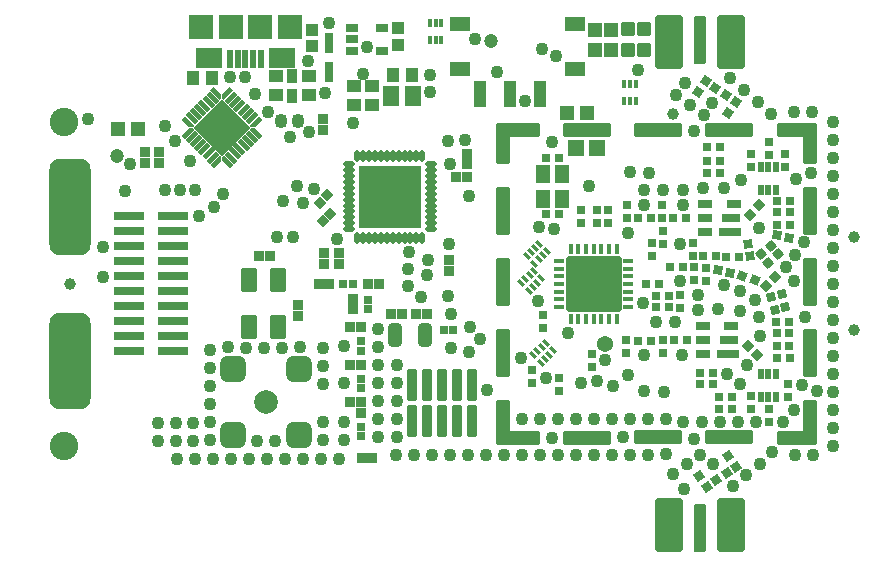
<source format=gts>
G04 Layer_Color=8388736*
%FSLAX25Y25*%
%MOIN*%
G70*
G01*
G75*
%ADD88C,0.03937*%
%ADD126R,0.02953X0.02953*%
%ADD127R,0.02953X0.02953*%
G04:AMPARAMS|DCode=128|XSize=33.59mil|YSize=106.42mil|CornerRadius=5.28mil|HoleSize=0mil|Usage=FLASHONLY|Rotation=0.000|XOffset=0mil|YOffset=0mil|HoleType=Round|Shape=RoundedRectangle|*
%AMROUNDEDRECTD128*
21,1,0.03359,0.09587,0,0,0.0*
21,1,0.02303,0.10642,0,0,0.0*
1,1,0.01056,0.01152,-0.04793*
1,1,0.01056,-0.01152,-0.04793*
1,1,0.01056,-0.01152,0.04793*
1,1,0.01056,0.01152,0.04793*
%
%ADD128ROUNDEDRECTD128*%
G04:AMPARAMS|DCode=129|XSize=102.36mil|YSize=29.53mil|CornerRadius=3.25mil|HoleSize=0mil|Usage=FLASHONLY|Rotation=0.000|XOffset=0mil|YOffset=0mil|HoleType=Round|Shape=RoundedRectangle|*
%AMROUNDEDRECTD129*
21,1,0.10236,0.02303,0,0,0.0*
21,1,0.09587,0.02953,0,0,0.0*
1,1,0.00650,0.04793,-0.01152*
1,1,0.00650,-0.04793,-0.01152*
1,1,0.00650,-0.04793,0.01152*
1,1,0.00650,0.04793,0.01152*
%
%ADD129ROUNDEDRECTD129*%
G04:AMPARAMS|DCode=130|XSize=16.54mil|YSize=44.09mil|CornerRadius=0mil|HoleSize=0mil|Usage=FLASHONLY|Rotation=225.000|XOffset=0mil|YOffset=0mil|HoleType=Round|Shape=Rectangle|*
%AMROTATEDRECTD130*
4,1,4,-0.00974,0.02144,0.02144,-0.00974,0.00974,-0.02144,-0.02144,0.00974,-0.00974,0.02144,0.0*
%
%ADD130ROTATEDRECTD130*%

G04:AMPARAMS|DCode=131|XSize=16.54mil|YSize=44.09mil|CornerRadius=0mil|HoleSize=0mil|Usage=FLASHONLY|Rotation=135.000|XOffset=0mil|YOffset=0mil|HoleType=Round|Shape=Rectangle|*
%AMROTATEDRECTD131*
4,1,4,0.02144,0.00974,-0.00974,-0.02144,-0.02144,-0.00974,0.00974,0.02144,0.02144,0.00974,0.0*
%
%ADD131ROTATEDRECTD131*%

%ADD132P,0.19042X4X180.0*%
%ADD133R,0.05131X0.04737*%
%ADD134R,0.03241X0.03241*%
%ADD135P,0.04176X4X350.0*%
%ADD136P,0.04176X4X385.0*%
%ADD137P,0.04176X4X215.0*%
%ADD138P,0.04176X4X180.0*%
%ADD139P,0.04176X4X320.0*%
%ADD140P,0.04176X4X273.0*%
%ADD141P,0.04176X4X85.0*%
%ADD142R,0.04737X0.05131*%
%ADD143P,0.04176X4X190.0*%
%ADD144P,0.04176X4X100.0*%
%ADD145P,0.04583X4X180.0*%
%ADD146R,0.04343X0.04737*%
%ADD147R,0.05328X0.06509*%
%ADD148R,0.04343X0.03950*%
%ADD149R,0.08280X0.08280*%
%ADD150R,0.07887X0.08280*%
%ADD151R,0.09068X0.07099*%
%ADD152R,0.02375X0.06115*%
%ADD153R,0.03241X0.03241*%
G04:AMPARAMS|DCode=154|XSize=47.37mil|YSize=78.87mil|CornerRadius=13.84mil|HoleSize=0mil|Usage=FLASHONLY|Rotation=180.000|XOffset=0mil|YOffset=0mil|HoleType=Round|Shape=RoundedRectangle|*
%AMROUNDEDRECTD154*
21,1,0.04737,0.05118,0,0,180.0*
21,1,0.01969,0.07887,0,0,180.0*
1,1,0.02769,-0.00984,0.02559*
1,1,0.02769,0.00984,0.02559*
1,1,0.02769,0.00984,-0.02559*
1,1,0.02769,-0.00984,-0.02559*
%
%ADD154ROUNDEDRECTD154*%
G04:AMPARAMS|DCode=155|XSize=13.78mil|YSize=23.62mil|CornerRadius=0mil|HoleSize=0mil|Usage=FLASHONLY|Rotation=45.000|XOffset=0mil|YOffset=0mil|HoleType=Round|Shape=Rectangle|*
%AMROTATEDRECTD155*
4,1,4,0.00348,-0.01322,-0.01322,0.00348,-0.00348,0.01322,0.01322,-0.00348,0.00348,-0.01322,0.0*
%
%ADD155ROTATEDRECTD155*%

%ADD156R,0.04724X0.06299*%
%ADD157P,0.04176X4X150.0*%
%ADD158R,0.01969X0.03740*%
G04:AMPARAMS|DCode=159|XSize=47.24mil|YSize=29.53mil|CornerRadius=2.61mil|HoleSize=0mil|Usage=FLASHONLY|Rotation=180.000|XOffset=0mil|YOffset=0mil|HoleType=Round|Shape=RoundedRectangle|*
%AMROUNDEDRECTD159*
21,1,0.04724,0.02431,0,0,180.0*
21,1,0.04203,0.02953,0,0,180.0*
1,1,0.00522,-0.02101,0.01216*
1,1,0.00522,0.02101,0.01216*
1,1,0.00522,0.02101,-0.01216*
1,1,0.00522,-0.02101,-0.01216*
%
%ADD159ROUNDEDRECTD159*%
G04:AMPARAMS|DCode=160|XSize=62.99mil|YSize=29.53mil|CornerRadius=2.61mil|HoleSize=0mil|Usage=FLASHONLY|Rotation=180.000|XOffset=0mil|YOffset=0mil|HoleType=Round|Shape=RoundedRectangle|*
%AMROUNDEDRECTD160*
21,1,0.06299,0.02431,0,0,180.0*
21,1,0.05778,0.02953,0,0,180.0*
1,1,0.00522,-0.02889,0.01216*
1,1,0.00522,0.02889,0.01216*
1,1,0.00522,0.02889,-0.01216*
1,1,0.00522,-0.02889,-0.01216*
%
%ADD160ROUNDEDRECTD160*%
G04:AMPARAMS|DCode=161|XSize=70.87mil|YSize=29.53mil|CornerRadius=2.61mil|HoleSize=0mil|Usage=FLASHONLY|Rotation=180.000|XOffset=0mil|YOffset=0mil|HoleType=Round|Shape=RoundedRectangle|*
%AMROUNDEDRECTD161*
21,1,0.07087,0.02431,0,0,180.0*
21,1,0.06565,0.02953,0,0,180.0*
1,1,0.00522,-0.03283,0.01216*
1,1,0.00522,0.03283,0.01216*
1,1,0.00522,0.03283,-0.01216*
1,1,0.00522,-0.03283,-0.01216*
%
%ADD161ROUNDEDRECTD161*%
G04:AMPARAMS|DCode=162|XSize=39.37mil|YSize=161.42mil|CornerRadius=3.74mil|HoleSize=0mil|Usage=FLASHONLY|Rotation=180.000|XOffset=0mil|YOffset=0mil|HoleType=Round|Shape=RoundedRectangle|*
%AMROUNDEDRECTD162*
21,1,0.03937,0.15394,0,0,180.0*
21,1,0.03189,0.16142,0,0,180.0*
1,1,0.00748,-0.01595,0.07697*
1,1,0.00748,0.01595,0.07697*
1,1,0.00748,0.01595,-0.07697*
1,1,0.00748,-0.01595,-0.07697*
%
%ADD162ROUNDEDRECTD162*%
%ADD163P,0.04176X4X270.0*%
%ADD164R,0.05512X0.05512*%
G04:AMPARAMS|DCode=165|XSize=29.26mil|YSize=29.65mil|CornerRadius=9.32mil|HoleSize=0mil|Usage=FLASHONLY|Rotation=180.000|XOffset=0mil|YOffset=0mil|HoleType=Round|Shape=RoundedRectangle|*
%AMROUNDEDRECTD165*
21,1,0.02926,0.01102,0,0,180.0*
21,1,0.01063,0.02965,0,0,180.0*
1,1,0.01863,-0.00532,0.00551*
1,1,0.01863,0.00532,0.00551*
1,1,0.01863,0.00532,-0.00551*
1,1,0.01863,-0.00532,-0.00551*
%
%ADD165ROUNDEDRECTD165*%
G04:AMPARAMS|DCode=166|XSize=29.26mil|YSize=29.65mil|CornerRadius=9.32mil|HoleSize=0mil|Usage=FLASHONLY|Rotation=180.000|XOffset=0mil|YOffset=0mil|HoleType=Round|Shape=RoundedRectangle|*
%AMROUNDEDRECTD166*
21,1,0.02926,0.01102,0,0,180.0*
21,1,0.01063,0.02965,0,0,180.0*
1,1,0.01863,-0.00532,0.00551*
1,1,0.01863,0.00532,0.00551*
1,1,0.01863,0.00532,-0.00551*
1,1,0.01863,-0.00532,-0.00551*
%
%ADD166ROUNDEDRECTD166*%
G04:AMPARAMS|DCode=167|XSize=29.26mil|YSize=29.65mil|CornerRadius=9.32mil|HoleSize=0mil|Usage=FLASHONLY|Rotation=90.000|XOffset=0mil|YOffset=0mil|HoleType=Round|Shape=RoundedRectangle|*
%AMROUNDEDRECTD167*
21,1,0.02926,0.01102,0,0,90.0*
21,1,0.01063,0.02965,0,0,90.0*
1,1,0.01863,0.00551,0.00532*
1,1,0.01863,0.00551,-0.00532*
1,1,0.01863,-0.00551,-0.00532*
1,1,0.01863,-0.00551,0.00532*
%
%ADD167ROUNDEDRECTD167*%
G04:AMPARAMS|DCode=168|XSize=29.26mil|YSize=29.65mil|CornerRadius=9.32mil|HoleSize=0mil|Usage=FLASHONLY|Rotation=90.000|XOffset=0mil|YOffset=0mil|HoleType=Round|Shape=RoundedRectangle|*
%AMROUNDEDRECTD168*
21,1,0.02926,0.01102,0,0,90.0*
21,1,0.01063,0.02965,0,0,90.0*
1,1,0.01863,0.00551,0.00532*
1,1,0.01863,0.00551,-0.00532*
1,1,0.01863,-0.00551,-0.00532*
1,1,0.01863,-0.00551,0.00532*
%
%ADD168ROUNDEDRECTD168*%
G04:AMPARAMS|DCode=169|XSize=78.87mil|YSize=55.24mil|CornerRadius=6.36mil|HoleSize=0mil|Usage=FLASHONLY|Rotation=90.000|XOffset=0mil|YOffset=0mil|HoleType=Round|Shape=RoundedRectangle|*
%AMROUNDEDRECTD169*
21,1,0.07887,0.04252,0,0,90.0*
21,1,0.06614,0.05524,0,0,90.0*
1,1,0.01272,0.02126,0.03307*
1,1,0.01272,0.02126,-0.03307*
1,1,0.01272,-0.02126,-0.03307*
1,1,0.01272,-0.02126,0.03307*
%
%ADD169ROUNDEDRECTD169*%
%ADD170R,0.03556X0.04540*%
%ADD171R,0.04737X0.04343*%
%ADD172C,0.05394*%
G04:AMPARAMS|DCode=173|XSize=37.61mil|YSize=43.43mil|CornerRadius=11.4mil|HoleSize=0mil|Usage=FLASHONLY|Rotation=180.000|XOffset=0mil|YOffset=0mil|HoleType=Round|Shape=RoundedRectangle|*
%AMROUNDEDRECTD173*
21,1,0.03761,0.02063,0,0,180.0*
21,1,0.01480,0.04343,0,0,180.0*
1,1,0.02280,-0.00740,0.01032*
1,1,0.02280,0.00740,0.01032*
1,1,0.02280,0.00740,-0.01032*
1,1,0.02280,-0.00740,-0.01032*
%
%ADD173ROUNDEDRECTD173*%
G04:AMPARAMS|DCode=174|XSize=37.61mil|YSize=43.43mil|CornerRadius=11.4mil|HoleSize=0mil|Usage=FLASHONLY|Rotation=180.000|XOffset=0mil|YOffset=0mil|HoleType=Round|Shape=RoundedRectangle|*
%AMROUNDEDRECTD174*
21,1,0.03761,0.02063,0,0,180.0*
21,1,0.01480,0.04343,0,0,180.0*
1,1,0.02280,-0.00740,0.01032*
1,1,0.02280,0.00740,0.01032*
1,1,0.02280,0.00740,-0.01032*
1,1,0.02280,-0.00740,-0.01032*
%
%ADD174ROUNDEDRECTD174*%
G04:AMPARAMS|DCode=175|XSize=47.37mil|YSize=47.37mil|CornerRadius=9.91mil|HoleSize=0mil|Usage=FLASHONLY|Rotation=180.000|XOffset=0mil|YOffset=0mil|HoleType=Round|Shape=RoundedRectangle|*
%AMROUNDEDRECTD175*
21,1,0.04737,0.02756,0,0,180.0*
21,1,0.02756,0.04737,0,0,180.0*
1,1,0.01981,-0.01378,0.01378*
1,1,0.01981,0.01378,0.01378*
1,1,0.01981,0.01378,-0.01378*
1,1,0.01981,-0.01378,-0.01378*
%
%ADD175ROUNDEDRECTD175*%
%ADD176P,0.04176X4X260.0*%
%ADD177O,0.01784X0.03950*%
%ADD178O,0.03950X0.01784*%
%ADD179R,0.20879X0.21076*%
G04:AMPARAMS|DCode=180|XSize=47.37mil|YSize=148.55mil|CornerRadius=4.98mil|HoleSize=0mil|Usage=FLASHONLY|Rotation=270.000|XOffset=0mil|YOffset=0mil|HoleType=Round|Shape=RoundedRectangle|*
%AMROUNDEDRECTD180*
21,1,0.04737,0.13858,0,0,270.0*
21,1,0.03740,0.14855,0,0,270.0*
1,1,0.00997,-0.06929,-0.01870*
1,1,0.00997,-0.06929,0.01870*
1,1,0.00997,0.06929,0.01870*
1,1,0.00997,0.06929,-0.01870*
%
%ADD180ROUNDEDRECTD180*%
G04:AMPARAMS|DCode=181|XSize=47.37mil|YSize=148.55mil|CornerRadius=4.98mil|HoleSize=0mil|Usage=FLASHONLY|Rotation=180.000|XOffset=0mil|YOffset=0mil|HoleType=Round|Shape=RoundedRectangle|*
%AMROUNDEDRECTD181*
21,1,0.04737,0.13858,0,0,180.0*
21,1,0.03740,0.14855,0,0,180.0*
1,1,0.00997,-0.01870,0.06929*
1,1,0.00997,0.01870,0.06929*
1,1,0.00997,0.01870,-0.06929*
1,1,0.00997,-0.01870,-0.06929*
%
%ADD181ROUNDEDRECTD181*%
G04:AMPARAMS|DCode=182|XSize=47.37mil|YSize=135.56mil|CornerRadius=4.98mil|HoleSize=0mil|Usage=FLASHONLY|Rotation=180.000|XOffset=0mil|YOffset=0mil|HoleType=Round|Shape=RoundedRectangle|*
%AMROUNDEDRECTD182*
21,1,0.04737,0.12559,0,0,180.0*
21,1,0.03740,0.13556,0,0,180.0*
1,1,0.00997,-0.01870,0.06280*
1,1,0.00997,0.01870,0.06280*
1,1,0.00997,0.01870,-0.06280*
1,1,0.00997,-0.01870,-0.06280*
%
%ADD182ROUNDEDRECTD182*%
G04:AMPARAMS|DCode=183|XSize=47.37mil|YSize=135.56mil|CornerRadius=4.98mil|HoleSize=0mil|Usage=FLASHONLY|Rotation=90.000|XOffset=0mil|YOffset=0mil|HoleType=Round|Shape=RoundedRectangle|*
%AMROUNDEDRECTD183*
21,1,0.04737,0.12559,0,0,90.0*
21,1,0.03740,0.13556,0,0,90.0*
1,1,0.00997,0.06280,0.01870*
1,1,0.00997,0.06280,-0.01870*
1,1,0.00997,-0.06280,-0.01870*
1,1,0.00997,-0.06280,0.01870*
%
%ADD183ROUNDEDRECTD183*%
G04:AMPARAMS|DCode=184|XSize=47.37mil|YSize=157.61mil|CornerRadius=4.98mil|HoleSize=0mil|Usage=FLASHONLY|Rotation=90.000|XOffset=0mil|YOffset=0mil|HoleType=Round|Shape=RoundedRectangle|*
%AMROUNDEDRECTD184*
21,1,0.04737,0.14764,0,0,90.0*
21,1,0.03740,0.15761,0,0,90.0*
1,1,0.00997,0.07382,0.01870*
1,1,0.00997,0.07382,-0.01870*
1,1,0.00997,-0.07382,-0.01870*
1,1,0.00997,-0.07382,0.01870*
%
%ADD184ROUNDEDRECTD184*%
G04:AMPARAMS|DCode=185|XSize=47.37mil|YSize=157.61mil|CornerRadius=4.98mil|HoleSize=0mil|Usage=FLASHONLY|Rotation=0.000|XOffset=0mil|YOffset=0mil|HoleType=Round|Shape=RoundedRectangle|*
%AMROUNDEDRECTD185*
21,1,0.04737,0.14764,0,0,0.0*
21,1,0.03740,0.15761,0,0,0.0*
1,1,0.00997,0.01870,-0.07382*
1,1,0.00997,-0.01870,-0.07382*
1,1,0.00997,-0.01870,0.07382*
1,1,0.00997,0.01870,0.07382*
%
%ADD185ROUNDEDRECTD185*%
G04:AMPARAMS|DCode=186|XSize=86.74mil|YSize=86.74mil|CornerRadius=22.9mil|HoleSize=0mil|Usage=FLASHONLY|Rotation=180.000|XOffset=0mil|YOffset=0mil|HoleType=Round|Shape=RoundedRectangle|*
%AMROUNDEDRECTD186*
21,1,0.08674,0.04095,0,0,180.0*
21,1,0.04095,0.08674,0,0,180.0*
1,1,0.04580,-0.02047,0.02047*
1,1,0.04580,0.02047,0.02047*
1,1,0.04580,0.02047,-0.02047*
1,1,0.04580,-0.02047,-0.02047*
%
%ADD186ROUNDEDRECTD186*%
G04:AMPARAMS|DCode=187|XSize=86.74mil|YSize=86.74mil|CornerRadius=22.9mil|HoleSize=0mil|Usage=FLASHONLY|Rotation=90.000|XOffset=0mil|YOffset=0mil|HoleType=Round|Shape=RoundedRectangle|*
%AMROUNDEDRECTD187*
21,1,0.08674,0.04095,0,0,90.0*
21,1,0.04095,0.08674,0,0,90.0*
1,1,0.04580,0.02047,0.02047*
1,1,0.04580,0.02047,-0.02047*
1,1,0.04580,-0.02047,-0.02047*
1,1,0.04580,-0.02047,0.02047*
%
%ADD187ROUNDEDRECTD187*%
G04:AMPARAMS|DCode=188|XSize=86.74mil|YSize=86.74mil|CornerRadius=22.9mil|HoleSize=0mil|Usage=FLASHONLY|Rotation=90.000|XOffset=0mil|YOffset=0mil|HoleType=Round|Shape=RoundedRectangle|*
%AMROUNDEDRECTD188*
21,1,0.08674,0.04095,0,0,90.0*
21,1,0.04095,0.08674,0,0,90.0*
1,1,0.04580,0.02047,0.02047*
1,1,0.04580,0.02047,-0.02047*
1,1,0.04580,-0.02047,-0.02047*
1,1,0.04580,-0.02047,0.02047*
%
%ADD188ROUNDEDRECTD188*%
G04:AMPARAMS|DCode=189|XSize=86.74mil|YSize=86.74mil|CornerRadius=22.9mil|HoleSize=0mil|Usage=FLASHONLY|Rotation=90.000|XOffset=0mil|YOffset=0mil|HoleType=Round|Shape=RoundedRectangle|*
%AMROUNDEDRECTD189*
21,1,0.08674,0.04095,0,0,90.0*
21,1,0.04095,0.08674,0,0,90.0*
1,1,0.04580,0.02047,0.02047*
1,1,0.04580,0.02047,-0.02047*
1,1,0.04580,-0.02047,-0.02047*
1,1,0.04580,-0.02047,0.02047*
%
%ADD189ROUNDEDRECTD189*%
%ADD190C,0.07891*%
G04:AMPARAMS|DCode=191|XSize=185.04mil|YSize=185.04mil|CornerRadius=6.5mil|HoleSize=0mil|Usage=FLASHONLY|Rotation=270.000|XOffset=0mil|YOffset=0mil|HoleType=Round|Shape=RoundedRectangle|*
%AMROUNDEDRECTD191*
21,1,0.18504,0.17205,0,0,270.0*
21,1,0.17205,0.18504,0,0,270.0*
1,1,0.01299,-0.08602,-0.08602*
1,1,0.01299,-0.08602,0.08602*
1,1,0.01299,0.08602,0.08602*
1,1,0.01299,0.08602,-0.08602*
%
%ADD191ROUNDEDRECTD191*%
%ADD192O,0.01575X0.03543*%
%ADD193O,0.03543X0.01575*%
%ADD194R,0.06902X0.05131*%
%ADD195R,0.03950X0.08674*%
%ADD196R,0.04147X0.03162*%
%ADD197R,0.01784X0.02769*%
%ADD198R,0.02769X0.06509*%
%ADD199C,0.09494*%
G04:AMPARAMS|DCode=200|XSize=90.55mil|YSize=177.16mil|CornerRadius=6.3mil|HoleSize=0mil|Usage=FLASHONLY|Rotation=180.000|XOffset=0mil|YOffset=0mil|HoleType=Round|Shape=RoundedRectangle|*
%AMROUNDEDRECTD200*
21,1,0.09055,0.16457,0,0,180.0*
21,1,0.07795,0.17716,0,0,180.0*
1,1,0.01260,-0.03898,0.08228*
1,1,0.01260,0.03898,0.08228*
1,1,0.01260,0.03898,-0.08228*
1,1,0.01260,-0.03898,-0.08228*
%
%ADD200ROUNDEDRECTD200*%
G04:AMPARAMS|DCode=201|XSize=137.92mil|YSize=322.96mil|CornerRadius=36.48mil|HoleSize=0mil|Usage=FLASHONLY|Rotation=0.000|XOffset=0mil|YOffset=0mil|HoleType=Round|Shape=RoundedRectangle|*
%AMROUNDEDRECTD201*
21,1,0.13792,0.25000,0,0,0.0*
21,1,0.06496,0.32296,0,0,0.0*
1,1,0.07296,0.03248,-0.12500*
1,1,0.07296,-0.03248,-0.12500*
1,1,0.07296,-0.03248,0.12500*
1,1,0.07296,0.03248,0.12500*
%
%ADD201ROUNDEDRECTD201*%
%ADD202C,0.04300*%
%ADD203C,0.04740*%
G36*
X49414Y51917D02*
X49930Y51404D01*
X46812Y48286D01*
X45642Y49456D01*
X48106Y51919D01*
X49414Y51917D01*
D02*
G37*
G36*
X72758Y49456D02*
X71588Y48286D01*
X68470Y51404D01*
X68986Y51917D01*
X70294Y51919D01*
X72758Y49456D01*
D02*
G37*
G36*
X63014Y39712D02*
X61844Y38542D01*
X59382Y41006D01*
X59383Y42314D01*
X59896Y42830D01*
X63014Y39712D01*
D02*
G37*
G36*
X59017Y42314D02*
X59018Y41006D01*
X56556Y38542D01*
X55386Y39712D01*
X58504Y42830D01*
X59017Y42314D01*
D02*
G37*
G36*
X59018Y63194D02*
X59017Y61886D01*
X58504Y61370D01*
X55386Y64488D01*
X56556Y65658D01*
X59018Y63194D01*
D02*
G37*
G36*
X63014Y64488D02*
X59896Y61370D01*
X59383Y61886D01*
X59382Y63194D01*
X61844Y65658D01*
X63014Y64488D01*
D02*
G37*
G36*
X49930Y52796D02*
X49414Y52283D01*
X48106Y52281D01*
X45642Y54744D01*
X46812Y55914D01*
X49930Y52796D01*
D02*
G37*
G36*
X72758Y54744D02*
X70294Y52281D01*
X68986Y52283D01*
X68470Y52796D01*
X71588Y55914D01*
X72758Y54744D01*
D02*
G37*
D88*
X269800Y15500D02*
D03*
X270000Y-15500D02*
D03*
X209600Y56600D02*
D03*
X8500Y0D02*
D03*
D126*
X182500Y-23369D02*
D03*
Y-27700D02*
D03*
X212000Y-7965D02*
D03*
Y-3635D02*
D03*
X205900Y26331D02*
D03*
Y22000D02*
D03*
X241400Y-45965D02*
D03*
X241400Y-41635D02*
D03*
X241400Y47265D02*
D03*
X241400Y42935D02*
D03*
X188064Y24470D02*
D03*
Y20140D02*
D03*
X178834Y24465D02*
D03*
Y20135D02*
D03*
X166299Y-14627D02*
D03*
Y-10296D02*
D03*
X171600Y-31435D02*
D03*
Y-35765D02*
D03*
X247000Y39035D02*
D03*
Y43365D02*
D03*
X235500Y-37435D02*
D03*
Y-41765D02*
D03*
X216600Y5565D02*
D03*
Y1235D02*
D03*
X194200Y26365D02*
D03*
Y22035D02*
D03*
X194000Y-23131D02*
D03*
Y-18800D02*
D03*
X244300Y19735D02*
D03*
Y24065D02*
D03*
X248500Y24065D02*
D03*
X248500Y19735D02*
D03*
X206300Y17665D02*
D03*
Y13335D02*
D03*
X202600Y13565D02*
D03*
Y9235D02*
D03*
X216200Y13565D02*
D03*
X216200Y9235D02*
D03*
X206200Y-23131D02*
D03*
X206200Y-18800D02*
D03*
X220600Y935D02*
D03*
Y5265D02*
D03*
X244300Y-16435D02*
D03*
X244300Y-20765D02*
D03*
X248000Y-33335D02*
D03*
Y-37665D02*
D03*
X184300Y24465D02*
D03*
Y20135D02*
D03*
X235400Y43265D02*
D03*
Y38935D02*
D03*
X162400Y-33065D02*
D03*
Y-28735D02*
D03*
X248300Y-20765D02*
D03*
X248300Y-16435D02*
D03*
D127*
X225265Y45500D02*
D03*
X220935D02*
D03*
X227235Y9100D02*
D03*
X231565Y9100D02*
D03*
X223865Y9200D02*
D03*
X219535D02*
D03*
X213865Y22000D02*
D03*
X209535D02*
D03*
X212765Y5500D02*
D03*
X208435D02*
D03*
X225035Y-37600D02*
D03*
X229365D02*
D03*
X229265Y-41600D02*
D03*
X224935D02*
D03*
X225265Y41100D02*
D03*
X220935D02*
D03*
X222965Y-33500D02*
D03*
X218635D02*
D03*
X225165Y36800D02*
D03*
X220835D02*
D03*
X171560Y42023D02*
D03*
X167229D02*
D03*
X167239Y23132D02*
D03*
X171570D02*
D03*
X197835Y22000D02*
D03*
X202165D02*
D03*
X197835Y-18965D02*
D03*
X202165Y-18965D02*
D03*
X208265Y-7800D02*
D03*
X203935D02*
D03*
X208265Y-4100D02*
D03*
X203935D02*
D03*
X248565Y27500D02*
D03*
X244235Y27500D02*
D03*
X214165Y-18800D02*
D03*
X209835Y-18800D02*
D03*
X204765Y0D02*
D03*
X200435D02*
D03*
X248326Y-12606D02*
D03*
X243995D02*
D03*
X248565Y-24600D02*
D03*
X244235Y-24600D02*
D03*
X222865Y-29600D02*
D03*
X218535D02*
D03*
D128*
X122700Y-45605D02*
D03*
X127700D02*
D03*
X132700D02*
D03*
X137700D02*
D03*
X142700D02*
D03*
Y-33795D02*
D03*
X137700D02*
D03*
X132700D02*
D03*
X127700D02*
D03*
X122700D02*
D03*
D129*
X28148Y-17500D02*
D03*
X42852D02*
D03*
X28148Y-22500D02*
D03*
X42852D02*
D03*
Y-12500D02*
D03*
X28148D02*
D03*
X42852Y-7500D02*
D03*
X28148D02*
D03*
X42852Y-2500D02*
D03*
X28148D02*
D03*
X42852Y2500D02*
D03*
X28148D02*
D03*
X42852Y7500D02*
D03*
X28148D02*
D03*
X42852Y12500D02*
D03*
X28148D02*
D03*
X42852Y17500D02*
D03*
X28148D02*
D03*
X42852Y22500D02*
D03*
X28148D02*
D03*
D130*
X62262Y42078D02*
D03*
X63654Y43470D02*
D03*
X65046Y44862D02*
D03*
X66438Y46254D02*
D03*
X67830Y47646D02*
D03*
X69222Y49038D02*
D03*
X56138Y62122D02*
D03*
X54746Y60730D02*
D03*
X53354Y59338D02*
D03*
X51962Y57946D02*
D03*
X50570Y56554D02*
D03*
X49178Y55162D02*
D03*
D131*
X69222Y55162D02*
D03*
X67830Y56554D02*
D03*
X66438Y57946D02*
D03*
X65046Y59338D02*
D03*
X63654Y60730D02*
D03*
X62262Y62122D02*
D03*
X49178Y49038D02*
D03*
X50570Y47646D02*
D03*
X51962Y46254D02*
D03*
X53354Y44862D02*
D03*
X54746Y43470D02*
D03*
X56138Y42078D02*
D03*
D132*
X59200Y52100D02*
D03*
D133*
X24654Y51500D02*
D03*
X31346D02*
D03*
X174354Y57000D02*
D03*
X181046D02*
D03*
D134*
X134800Y4428D02*
D03*
Y7972D02*
D03*
X93190Y6634D02*
D03*
Y10177D02*
D03*
X98084Y6630D02*
D03*
Y10174D02*
D03*
X102845Y-8444D02*
D03*
Y-4901D02*
D03*
X105452Y-42946D02*
D03*
Y-39403D02*
D03*
X84500Y-10672D02*
D03*
Y-7128D02*
D03*
X93000Y51428D02*
D03*
Y54972D02*
D03*
X33400Y40428D02*
D03*
Y43972D02*
D03*
X141000Y39828D02*
D03*
Y43372D02*
D03*
X38300Y40428D02*
D03*
Y43972D02*
D03*
D135*
X227958Y-57326D02*
D03*
X230442Y-60874D02*
D03*
X218258Y-64126D02*
D03*
X220742Y-67674D02*
D03*
D136*
X232665Y2641D02*
D03*
X236735Y1159D02*
D03*
D137*
X228687Y3774D02*
D03*
X224422Y4526D02*
D03*
X248332Y15424D02*
D03*
X244068Y16176D02*
D03*
D138*
X237531Y-23731D02*
D03*
X234469Y-20669D02*
D03*
D139*
X234711Y13457D02*
D03*
X235089Y9143D02*
D03*
D140*
X238249Y26309D02*
D03*
X235351Y23091D02*
D03*
D141*
X238941Y9808D02*
D03*
X242259Y12592D02*
D03*
X244659Y9892D02*
D03*
X241341Y7108D02*
D03*
D142*
X183500Y84546D02*
D03*
Y77854D02*
D03*
X189000Y84546D02*
D03*
Y77854D02*
D03*
D143*
X227174Y62858D02*
D03*
X223626Y65342D02*
D03*
D144*
X227958Y56926D02*
D03*
X230442Y60474D02*
D03*
X218043Y64096D02*
D03*
X220528Y67644D02*
D03*
D145*
X91747Y27047D02*
D03*
X94253Y29553D02*
D03*
X92847Y20947D02*
D03*
X95353Y23453D02*
D03*
D146*
X116350Y69500D02*
D03*
X122650D02*
D03*
X55950Y68700D02*
D03*
X49650D02*
D03*
D147*
X122743Y62500D02*
D03*
X115657D02*
D03*
D148*
X118000Y79744D02*
D03*
Y85256D02*
D03*
X89300Y79244D02*
D03*
Y84756D02*
D03*
D149*
X62315Y85500D02*
D03*
X71764D02*
D03*
D150*
X52079D02*
D03*
X82000D02*
D03*
D151*
X79244Y75461D02*
D03*
X54835D02*
D03*
D152*
X67039Y74968D02*
D03*
X64480D02*
D03*
X69598D02*
D03*
X72158D02*
D03*
X61921D02*
D03*
D153*
X123928Y-10100D02*
D03*
X127472D02*
D03*
X119254Y-10058D02*
D03*
X115710D02*
D03*
X101914Y-26928D02*
D03*
X105457D02*
D03*
X91504Y-1D02*
D03*
X95047D02*
D03*
X111412Y46D02*
D03*
X107868D02*
D03*
X109372Y-58000D02*
D03*
X105828D02*
D03*
X71628Y9400D02*
D03*
X75172Y9400D02*
D03*
X101911Y-14390D02*
D03*
X105454D02*
D03*
X140772Y35500D02*
D03*
X137228D02*
D03*
X105472Y-39400D02*
D03*
X101928D02*
D03*
D154*
X116961Y-17158D02*
D03*
X126803D02*
D03*
D155*
X165035Y13441D02*
D03*
X163643Y12049D02*
D03*
X162251Y10657D02*
D03*
X160859Y9265D02*
D03*
X163365Y6759D02*
D03*
X164757Y8151D02*
D03*
X166149Y9543D02*
D03*
X167541Y10935D02*
D03*
X167135Y-19659D02*
D03*
X165743Y-21051D02*
D03*
X164351Y-22443D02*
D03*
X162959Y-23835D02*
D03*
X165465Y-26341D02*
D03*
X166857Y-24949D02*
D03*
X168249Y-23557D02*
D03*
X169641Y-22165D02*
D03*
X163135Y4341D02*
D03*
X161743Y2949D02*
D03*
X160351Y1557D02*
D03*
X158959Y165D02*
D03*
X161465Y-2341D02*
D03*
X162857Y-949D02*
D03*
X164249Y443D02*
D03*
X165641Y1835D02*
D03*
D156*
X166245Y28420D02*
D03*
X172544D02*
D03*
X166245Y36688D02*
D03*
X172544D02*
D03*
D157*
X246960Y-7692D02*
D03*
X245840Y-3508D02*
D03*
X242300Y-4500D02*
D03*
X243421Y-8683D02*
D03*
D158*
X243926Y-37604D02*
D03*
X241367Y-37604D02*
D03*
X238808Y-37604D02*
D03*
X238808Y-30123D02*
D03*
X241367Y-30123D02*
D03*
X243926Y-30123D02*
D03*
X238808Y38940D02*
D03*
X241367Y38940D02*
D03*
X243926D02*
D03*
X243926Y31460D02*
D03*
X241367Y31460D02*
D03*
X238808Y31460D02*
D03*
D159*
X220376Y26724D02*
D03*
Y22000D02*
D03*
X220376Y17276D02*
D03*
X229824Y26724D02*
D03*
X219576Y-14076D02*
D03*
X219576Y-18800D02*
D03*
Y-23524D02*
D03*
X229024Y-14076D02*
D03*
D160*
X229037Y22000D02*
D03*
X228237Y-18800D02*
D03*
D161*
X228643Y17276D02*
D03*
X227843Y-23524D02*
D03*
D162*
X218600Y81300D02*
D03*
Y-81300D02*
D03*
D163*
X243631Y2231D02*
D03*
X240569Y-831D02*
D03*
D164*
X184243Y45300D02*
D03*
X177157D02*
D03*
D165*
X105455Y-19100D02*
D03*
X105455Y-31575D02*
D03*
X107869Y-5294D02*
D03*
X105452Y-47600D02*
D03*
D166*
X105455Y-22250D02*
D03*
X105455Y-34724D02*
D03*
X107869Y-8443D02*
D03*
X105452Y-50749D02*
D03*
D167*
X102843Y-133D02*
D03*
X133125Y-15300D02*
D03*
D168*
X99694Y-133D02*
D03*
X136275Y-15300D02*
D03*
D169*
X77737Y1286D02*
D03*
Y-14462D02*
D03*
X68288Y1286D02*
D03*
Y-14462D02*
D03*
D170*
X82696Y62673D02*
D03*
Y69169D02*
D03*
D171*
X77300Y69150D02*
D03*
Y62850D02*
D03*
X88100Y62850D02*
D03*
Y69150D02*
D03*
X109200Y65799D02*
D03*
Y59500D02*
D03*
X103100Y65799D02*
D03*
Y59500D02*
D03*
D172*
X187000Y-20000D02*
D03*
D173*
X84556Y54300D02*
D03*
D174*
X79044D02*
D03*
D175*
X194400Y84806D02*
D03*
Y77900D02*
D03*
X199800Y84806D02*
D03*
Y77900D02*
D03*
D176*
X227465Y-63034D02*
D03*
X223917Y-65518D02*
D03*
D177*
X104331Y15390D02*
D03*
X106299D02*
D03*
X108268D02*
D03*
X110237D02*
D03*
X112205D02*
D03*
X114174D02*
D03*
X116142D02*
D03*
X118111D02*
D03*
X120079D02*
D03*
X122048D02*
D03*
X124016D02*
D03*
X125985D02*
D03*
Y42752D02*
D03*
X124016D02*
D03*
X122048D02*
D03*
X120079D02*
D03*
X118111D02*
D03*
X116142D02*
D03*
X114174D02*
D03*
X112205D02*
D03*
X110237D02*
D03*
X108268D02*
D03*
X106299D02*
D03*
X104331D02*
D03*
D178*
X128839Y18244D02*
D03*
Y20212D02*
D03*
Y22181D02*
D03*
Y24149D02*
D03*
Y26118D02*
D03*
Y28087D02*
D03*
Y30055D02*
D03*
Y32024D02*
D03*
Y33992D02*
D03*
Y35961D02*
D03*
Y37929D02*
D03*
Y39898D02*
D03*
X101477D02*
D03*
Y37929D02*
D03*
Y35961D02*
D03*
Y33992D02*
D03*
Y32024D02*
D03*
Y30055D02*
D03*
Y28087D02*
D03*
Y26118D02*
D03*
Y24149D02*
D03*
Y22181D02*
D03*
Y20212D02*
D03*
Y18244D02*
D03*
D179*
X115158Y29071D02*
D03*
D180*
X157903Y-51220D02*
D03*
X157869Y51212D02*
D03*
D181*
X152809Y-46145D02*
D03*
X255207Y-46137D02*
D03*
D182*
X255196Y46791D02*
D03*
X152789Y46791D02*
D03*
D183*
X250782Y51199D02*
D03*
X250788Y-51210D02*
D03*
D184*
X181023Y-51218D02*
D03*
X204653Y-51196D02*
D03*
X228268D02*
D03*
X228275Y51207D02*
D03*
X204661D02*
D03*
X181031Y51185D02*
D03*
D185*
X152791Y-23010D02*
D03*
X152800Y617D02*
D03*
X255194Y670D02*
D03*
X255175Y24348D02*
D03*
X255186Y-22957D02*
D03*
X152780Y24295D02*
D03*
D186*
X62876Y-28276D02*
D03*
D187*
Y-50324D02*
D03*
D188*
X84924Y-28276D02*
D03*
D189*
Y-50324D02*
D03*
D190*
X73900Y-39300D02*
D03*
D191*
X183100Y0D02*
D03*
D192*
X190777Y11614D02*
D03*
X188218D02*
D03*
X185659D02*
D03*
X183100D02*
D03*
X180541D02*
D03*
X177982D02*
D03*
X175423D02*
D03*
Y-11614D02*
D03*
X177982D02*
D03*
X180541D02*
D03*
X183100D02*
D03*
X185659D02*
D03*
X188218D02*
D03*
X190777D02*
D03*
D193*
X171486Y7677D02*
D03*
Y5118D02*
D03*
Y2559D02*
D03*
Y0D02*
D03*
Y-2559D02*
D03*
Y-5118D02*
D03*
Y-7677D02*
D03*
X194714D02*
D03*
Y-5118D02*
D03*
Y-2559D02*
D03*
Y0D02*
D03*
Y2559D02*
D03*
Y5118D02*
D03*
Y7677D02*
D03*
D194*
X138507Y71500D02*
D03*
X176893D02*
D03*
Y86500D02*
D03*
X138507D02*
D03*
D195*
X155180Y63252D02*
D03*
X165180D02*
D03*
X145180D02*
D03*
D196*
X112520Y85240D02*
D03*
Y77760D02*
D03*
X102480D02*
D03*
Y81500D02*
D03*
Y85240D02*
D03*
D197*
X197268Y61046D02*
D03*
X195300D02*
D03*
X193332D02*
D03*
Y66754D02*
D03*
X195300D02*
D03*
X197268D02*
D03*
X128431Y86954D02*
D03*
X130400D02*
D03*
X132369D02*
D03*
Y81246D02*
D03*
X130400D02*
D03*
X128431D02*
D03*
D198*
X94900Y80423D02*
D03*
Y70777D02*
D03*
D199*
X6400Y54100D02*
D03*
Y-54100D02*
D03*
D200*
X228836Y80513D02*
D03*
X208364D02*
D03*
Y-80513D02*
D03*
X228836D02*
D03*
D201*
X8700Y-25591D02*
D03*
Y25591D02*
D03*
D202*
X134800Y13200D02*
D03*
X141400Y29400D02*
D03*
X165000Y18800D02*
D03*
X127900Y8100D02*
D03*
X121200Y4900D02*
D03*
X135300Y40000D02*
D03*
X121500Y10500D02*
D03*
X206600Y-35900D02*
D03*
X189600Y-34000D02*
D03*
X194600Y-30500D02*
D03*
X199800Y-35700D02*
D03*
X186900Y-25500D02*
D03*
X184100Y-32300D02*
D03*
X178900Y-33200D02*
D03*
X200000Y-23700D02*
D03*
X201500Y36800D02*
D03*
X232000Y-33400D02*
D03*
X227500Y-29900D02*
D03*
X234300Y-27200D02*
D03*
X232100Y34700D02*
D03*
X195200Y37200D02*
D03*
X181500Y32500D02*
D03*
X170000Y18200D02*
D03*
X158900Y-24600D02*
D03*
X164500Y-5700D02*
D03*
X141400Y-22700D02*
D03*
X135700Y-21500D02*
D03*
X145200Y-18300D02*
D03*
X152791Y-23010D02*
D03*
X19700Y2400D02*
D03*
X14500Y54900D02*
D03*
X28700Y40100D02*
D03*
X88000Y74400D02*
D03*
X140200Y47800D02*
D03*
X170500Y75800D02*
D03*
X166000Y78300D02*
D03*
X84100Y32700D02*
D03*
X89800Y31600D02*
D03*
X86300Y27100D02*
D03*
X19700Y12400D02*
D03*
X83050Y15700D02*
D03*
X79600Y27700D02*
D03*
X77700Y15500D02*
D03*
X62000Y69000D02*
D03*
X70200Y63300D02*
D03*
X67000Y69000D02*
D03*
X106200Y69900D02*
D03*
X160300Y60900D02*
D03*
X151000Y70700D02*
D03*
X197800Y71300D02*
D03*
X143700Y81700D02*
D03*
X107400Y79100D02*
D03*
X128600Y64000D02*
D03*
X212000Y900D02*
D03*
X204000Y-12800D02*
D03*
X88200Y50500D02*
D03*
X134400Y47600D02*
D03*
X127600Y3000D02*
D03*
X152780Y24295D02*
D03*
X134400Y-4000D02*
D03*
X135700Y-10200D02*
D03*
X141800Y-14400D02*
D03*
X121200Y-800D02*
D03*
X125700Y-4500D02*
D03*
X252600Y-33800D02*
D03*
X250671Y35000D02*
D03*
X147500Y-35293D02*
D03*
X211900Y13400D02*
D03*
X152800Y617D02*
D03*
X152800Y51200D02*
D03*
X169300Y47300D02*
D03*
X97700Y14800D02*
D03*
X181031Y51185D02*
D03*
X204661Y51207D02*
D03*
X228275D02*
D03*
X255200Y51100D02*
D03*
X255175Y24348D02*
D03*
X255194Y670D02*
D03*
X255186Y-22957D02*
D03*
X254900Y-51000D02*
D03*
X228268Y-51196D02*
D03*
X204653D02*
D03*
X153000Y-51000D02*
D03*
X181023Y-51218D02*
D03*
X103000Y53500D02*
D03*
X213200Y-68400D02*
D03*
X194700Y17000D02*
D03*
X167100Y-31300D02*
D03*
X210100Y-12600D02*
D03*
X199600Y-6500D02*
D03*
X121654Y22575D02*
D03*
Y26905D02*
D03*
Y31236D02*
D03*
Y35567D02*
D03*
X117323D02*
D03*
Y31236D02*
D03*
Y26905D02*
D03*
Y22575D02*
D03*
X112993D02*
D03*
Y26905D02*
D03*
Y31236D02*
D03*
Y35567D02*
D03*
X108662D02*
D03*
Y31236D02*
D03*
Y26905D02*
D03*
Y22575D02*
D03*
X238300Y18700D02*
D03*
X247200Y5500D02*
D03*
X226500Y32100D02*
D03*
X219500D02*
D03*
X213000Y26300D02*
D03*
X200000Y26400D02*
D03*
X213000Y31400D02*
D03*
X206100D02*
D03*
X200000D02*
D03*
X226400Y-400D02*
D03*
X231900Y-2400D02*
D03*
X236800Y-5500D02*
D03*
X238300Y-11000D02*
D03*
X238600Y-17400D02*
D03*
X232000Y-8900D02*
D03*
X224400Y-8400D02*
D03*
X217900Y-8600D02*
D03*
X217800Y-3600D02*
D03*
X250200Y9700D02*
D03*
X253200Y13900D02*
D03*
X249800Y900D02*
D03*
X253600Y-11000D02*
D03*
X212400Y-23700D02*
D03*
X249900Y-42000D02*
D03*
X246200Y-46000D02*
D03*
X222900Y-60200D02*
D03*
X214200D02*
D03*
X209700Y-63500D02*
D03*
X218700Y-57100D02*
D03*
X219100Y-46100D02*
D03*
X225100Y-46000D02*
D03*
X231100D02*
D03*
X237100Y-46200D02*
D03*
X174600Y-16300D02*
D03*
X222600Y60400D02*
D03*
X219800Y56200D02*
D03*
X215100Y59500D02*
D03*
X233900Y-63800D02*
D03*
X229400Y-67300D02*
D03*
X44100Y-58400D02*
D03*
X50100D02*
D03*
X56100D02*
D03*
X62100D02*
D03*
X68100D02*
D03*
X74100D02*
D03*
X80100D02*
D03*
X86100D02*
D03*
X92100D02*
D03*
X98100D02*
D03*
X117300Y-56900D02*
D03*
X123300D02*
D03*
X129300D02*
D03*
X135300D02*
D03*
X141300D02*
D03*
X147300D02*
D03*
X153300D02*
D03*
X159300D02*
D03*
X165300D02*
D03*
X111200Y-14900D02*
D03*
Y-20900D02*
D03*
Y-26900D02*
D03*
Y-32900D02*
D03*
Y-38900D02*
D03*
Y-44900D02*
D03*
Y-50900D02*
D03*
X117400Y-51000D02*
D03*
Y-45000D02*
D03*
Y-39000D02*
D03*
Y-33000D02*
D03*
Y-27000D02*
D03*
X92800Y-52000D02*
D03*
Y-46000D02*
D03*
Y-27400D02*
D03*
Y-21400D02*
D03*
X55100Y-21900D02*
D03*
Y-27900D02*
D03*
Y-33900D02*
D03*
Y-39900D02*
D03*
Y-45900D02*
D03*
Y-51900D02*
D03*
X99800Y-46000D02*
D03*
Y-52000D02*
D03*
X85100Y-21100D02*
D03*
X79100Y-21400D02*
D03*
X73100D02*
D03*
X61100Y-21100D02*
D03*
X67100Y-21400D02*
D03*
X92800Y-33400D02*
D03*
X49500Y-52300D02*
D03*
Y-46300D02*
D03*
X43900Y-52300D02*
D03*
Y-46300D02*
D03*
X99800Y-33200D02*
D03*
Y-20600D02*
D03*
X207300Y-56800D02*
D03*
X201300Y-56900D02*
D03*
X195300D02*
D03*
X189300D02*
D03*
X183300D02*
D03*
X177300D02*
D03*
X171300D02*
D03*
X213400Y67100D02*
D03*
X210400Y62800D02*
D03*
X238700Y-59900D02*
D03*
X242600Y-56100D02*
D03*
X228667Y68519D02*
D03*
X233226Y64550D02*
D03*
X242128Y56676D02*
D03*
X237900Y60500D02*
D03*
X262800Y-54000D02*
D03*
Y-48000D02*
D03*
Y-42000D02*
D03*
Y-36000D02*
D03*
Y-30000D02*
D03*
Y-24000D02*
D03*
Y-18000D02*
D03*
Y-12000D02*
D03*
Y-6000D02*
D03*
Y0D02*
D03*
Y6000D02*
D03*
Y12000D02*
D03*
Y18000D02*
D03*
Y24000D02*
D03*
Y30000D02*
D03*
Y36000D02*
D03*
Y42000D02*
D03*
Y48000D02*
D03*
Y54000D02*
D03*
X250300Y-57200D02*
D03*
X256300D02*
D03*
X249800Y57200D02*
D03*
X255800D02*
D03*
X159300Y-45000D02*
D03*
X165300D02*
D03*
X171300D02*
D03*
X177300D02*
D03*
X183300D02*
D03*
X189300D02*
D03*
X195300D02*
D03*
X201300D02*
D03*
X207300D02*
D03*
X169100Y-51300D02*
D03*
X192800Y-51200D02*
D03*
X216500Y-51600D02*
D03*
X216400Y51000D02*
D03*
X209200Y51200D02*
D03*
X223100D02*
D03*
X233400D02*
D03*
X246600Y51300D02*
D03*
X250782Y51199D02*
D03*
X199900Y51300D02*
D03*
X247500Y-51200D02*
D03*
X233000D02*
D03*
X223500D02*
D03*
X209300D02*
D03*
X200100D02*
D03*
X185800D02*
D03*
X176300Y-51300D02*
D03*
X162800Y-51200D02*
D03*
X157903Y-51220D02*
D03*
X185700Y51200D02*
D03*
X152900Y-45100D02*
D03*
X255207Y-46137D02*
D03*
X176400Y51200D02*
D03*
X255200Y19900D02*
D03*
Y29100D02*
D03*
X255196Y46791D02*
D03*
X255200Y42600D02*
D03*
Y5400D02*
D03*
Y-4100D02*
D03*
Y-18200D02*
D03*
Y-27500D02*
D03*
Y-41600D02*
D03*
X257700Y-35700D02*
D03*
X77000Y-52500D02*
D03*
X71000D02*
D03*
X38000Y-46500D02*
D03*
Y-52500D02*
D03*
X213000Y-46100D02*
D03*
X128700Y69700D02*
D03*
X255600Y36800D02*
D03*
X176013Y-2362D02*
D03*
X180738Y-7087D02*
D03*
X190187Y7087D02*
D03*
X180738D02*
D03*
X185462D02*
D03*
X180738Y-2362D02*
D03*
X176013Y-7087D02*
D03*
Y2362D02*
D03*
Y7087D02*
D03*
X190187Y2362D02*
D03*
X185462D02*
D03*
X180738D02*
D03*
X185462Y-2362D02*
D03*
X190187D02*
D03*
Y-7087D02*
D03*
X185462D02*
D03*
X93700Y63500D02*
D03*
X59400Y29900D02*
D03*
X26900Y31000D02*
D03*
X40100Y31200D02*
D03*
X45200D02*
D03*
X50200Y31300D02*
D03*
X51700Y22500D02*
D03*
X56500Y25700D02*
D03*
X94800Y87000D02*
D03*
X82000Y48900D02*
D03*
X74500Y57300D02*
D03*
X48600Y40800D02*
D03*
X43400Y47700D02*
D03*
X40300Y52700D02*
D03*
D203*
X149000Y81100D02*
D03*
X24100Y42500D02*
D03*
M02*

</source>
